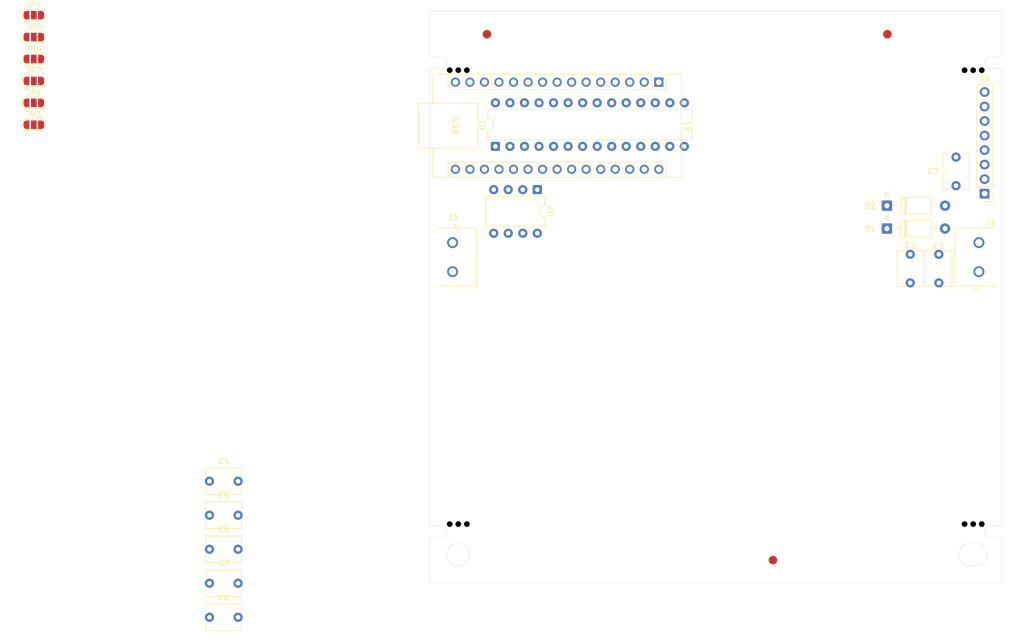
<source format=kicad_pcb>
(kicad_pcb (version 20241229) (generator "pcbnew") (generator_version "9.0")
  (layers (0 "F.Cu" signal) (2 "B.Cu" signal) (13 "F.Paste" user) (15 "B.Paste" user) (5 "F.SilkS" user "F.Silkscreen") (7 "B.SilkS" user "B.Silkscreen") (1 "F.Mask" user) (3 "B.Mask" user) (25 "Edge.Cuts" user))
  (net 0 "")
  (net 1 "+5V")
  (net 2 "/SCK")
  (net 3 "GND")
  (net 4 "/RC0")
  (net 5 "/SDI")
  (net 6 "/AN4")
  (net 7 "/~{MCLR}")
  (net 8 "/RC1")
  (net 9 "/AN0")
  (net 10 "/AN3")
  (net 11 "/RB1")
  (net 12 "/RB5")
  (net 13 "/UART_RX")
  (net 14 "/RB0")
  (net 15 "/RB4")
  (net 16 "/RB3")
  (net 17 "/UART_TX")
  (net 18 "/SDO")
  (net 19 "/RB2")
  (net 20 "/AN1")
  (net 21 "/AN2")
  (net 22 "/RC5")
  (net 23 "/SCL")
  (net 24 "/SDA")
  (net 25 "/RC2")
  (net 26 "/PGD")
  (net 27 "/PCG")
  (net 28 "/SCL{slash}SCK")
  (net 29 "/SDA{slash}SDI")
  (net 30 "/SDO{slash}RC5")
  (net 31 "/CANRX")
  (net 32 "/CANRX{slash}RB3")
  (net 33 "/CANTX")
  (net 34 "/CANTX{slash}RB2")
  (net 35 "/CANSTBY")
  (net 36 "/CANSTBY{slash}RB4")
  (net 44 "VIN2")
  (net 45 "VIN1")
  (net 49 "Net-(J3-Pin_2)")
  (net 50 "Net-(J3-Pin_1)")
  (footprint "Jumper:SolderJumper-3_P1.3mm_Open_RoundedPad1.0x1.5mm" (layer "F.Cu") (at 30.8 54.5)
    (property "Reference" "JP5" (at 0 -1.8 0) (layer "F.SilkS"))
    (property "Value" "Jumper_3_Open")
    (fp_line (start -2.05 0.3) (end -2.05 -0.3) (stroke (width 0.12)) (layer "F.SilkS"))
    (fp_line (start -1.5 1.5) (end -0.9 1.5) (stroke (width 0.12)) (layer "F.SilkS"))
    (fp_line (start -1.4 -1) (end 1.4 -1) (stroke (width 0.12)) (layer "F.SilkS"))
    (fp_line (start -1.2 1.2) (end -1.5 1.5) (stroke (width 0.12)) (layer "F.SilkS"))
    (fp_line (start -1.2 1.2) (end -0.9 1.5) (stroke (width 0.12)) (layer "F.SilkS"))
    (fp_line (start 1.4 1) (end -1.4 1) (stroke (width 0.12)) (layer "F.SilkS"))
    (fp_line (start 2.05 -0.3) (end 2.05 0.3) (stroke (width 0.12)) (layer "F.SilkS"))
    (fp_arc (start -2.05 -0.3) (mid -1.844975 -0.794975) (end -1.35 -1) (stroke (width 0.12)) (layer "F.SilkS"))
    (fp_arc (start -1.35 1) (mid -1.844975 0.794975) (end -2.05 0.3) (stroke (width 0.12)) (layer "F.SilkS"))
    (fp_arc (start 1.35 -1) (mid 1.844975 -0.794975) (end 2.05 -0.3) (stroke (width 0.12)) (layer "F.SilkS"))
    (fp_arc (start 2.05 0.3) (mid 1.844975 0.794975) (end 1.35 1) (stroke (width 0.12)) (layer "F.SilkS"))
    (pad "1" smd custom (at -1.3 0) (size 1 0.5) (layers "F.Cu" "F.Mask") (net 5 "/SDI") (options (clearance outline) (anchor rect)) (primitives (gr_circle (center 0 0.25) (end 0.5 0.25) (width 0) (fill yes)) (gr_circle (center 0 -0.25) (end 0.5 -0.25) (width 0) (fill yes)) (gr_poly (pts (xy 0.55 0.75) (xy 0 0.75) (xy 0 -0.75) (xy 0.55 -0.75)) (width 0) (fill yes))))
    (pad "2" smd rect (at 0 0) (size 1 1.5) (layers "F.Cu" "F.Mask") (net 29 "/SDA{slash}SDI"))
    (pad "3" smd custom (at 1.3 0) (size 1 0.5) (layers "F.Cu" "F.Mask") (net 24 "/SDA") (options (clearance outline) (anchor rect)) (primitives (gr_circle (center 0 0.25) (end 0.5 0.25) (width 0) (fill yes)) (gr_circle (center 0 -0.25) (end 0.5 -0.25) (width 0) (fill yes)) (gr_poly (pts (xy 0 0.75) (xy -0.55 0.75) (xy -0.55 -0.75) (xy 0 -0.75)) (width 0) (fill yes))))
  )
  (footprint "Jumper:SolderJumper-3_P1.3mm_Open_RoundedPad1.0x1.5mm" (layer "F.Cu") (at 30.8 66.005)
    (property "Reference" "JP1" (at 0 -1.8 0) (layer "F.SilkS"))
    (property "Value" "Jumper_3_Open")
    (fp_line (start -2.05 0.3) (end -2.05 -0.3) (stroke (width 0.12)) (layer "F.SilkS"))
    (fp_line (start -1.5 1.5) (end -0.9 1.5) (stroke (width 0.12)) (layer "F.SilkS"))
    (fp_line (start -1.4 -1) (end 1.4 -1) (stroke (width 0.12)) (layer "F.SilkS"))
    (fp_line (start -1.2 1.2) (end -1.5 1.5) (stroke (width 0.12)) (layer "F.SilkS"))
    (fp_line (start -1.2 1.2) (end -0.9 1.5) (stroke (width 0.12)) (layer "F.SilkS"))
    (fp_line (start 1.4 1) (end -1.4 1) (stroke (width 0.12)) (layer "F.SilkS"))
    (fp_line (start 2.05 -0.3) (end 2.05 0.3) (stroke (width 0.12)) (layer "F.SilkS"))
    (fp_arc (start -2.05 -0.3) (mid -1.844975 -0.794975) (end -1.35 -1) (stroke (width 0.12)) (layer "F.SilkS"))
    (fp_arc (start -1.35 1) (mid -1.844975 0.794975) (end -2.05 0.3) (stroke (width 0.12)) (layer "F.SilkS"))
    (fp_arc (start 1.35 -1) (mid 1.844975 -0.794975) (end 2.05 -0.3) (stroke (width 0.12)) (layer "F.SilkS"))
    (fp_arc (start 2.05 0.3) (mid 1.844975 0.794975) (end 1.35 1) (stroke (width 0.12)) (layer "F.SilkS"))
    (pad "1" smd custom (at -1.3 0) (size 1 0.5) (layers "F.Cu" "F.Mask") (net 33 "/CANTX") (options (clearance outline) (anchor rect)) (primitives (gr_circle (center 0 0.25) (end 0.5 0.25) (width 0) (fill yes)) (gr_circle (center 0 -0.25) (end 0.5 -0.25) (width 0) (fill yes)) (gr_poly (pts (xy 0.55 0.75) (xy 0 0.75) (xy 0 -0.75) (xy 0.55 -0.75)) (width 0) (fill yes))))
    (pad "2" smd rect (at 0 0) (size 1 1.5) (layers "F.Cu" "F.Mask") (net 34 "/CANTX{slash}RB2"))
    (pad "3" smd custom (at 1.3 0) (size 1 0.5) (layers "F.Cu" "F.Mask") (net 19 "/RB2") (options (clearance outline) (anchor rect)) (primitives (gr_circle (center 0 0.25) (end 0.5 0.25) (width 0) (fill yes)) (gr_circle (center 0 -0.25) (end 0.5 -0.25) (width 0) (fill yes)) (gr_poly (pts (xy 0 0.75) (xy -0.55 0.75) (xy -0.55 -0.75) (xy 0 -0.75)) (width 0) (fill yes))))
  )
  (footprint "Fiducial:Fiducial_1.5mm_Mask4.5mm" (layer "F.Cu") (at 180 54)
    (property "Reference" "REF**" (hide yes))
    (property "Value" "Fiducial_1.5mm_Mask4.5mm" (hide yes))
    (pad "" smd circle (at 0 0) (size 1.5 1.5) (layers "F.Cu" "F.Mask") (clearance 1.6))
  )
  (footprint "Module:Arduino_Nano" (layer "F.Cu") (at 140.05 62.39 -90)
    (property "Reference" "A1" (at 7.62 -5.08 90) (layer "F.SilkS"))
    (property "Value" "Arduino_Nano_v3.x")
    (fp_line (start 3.68 42.04) (end 3.68 31.62) (stroke (width 0.12)) (layer "F.SilkS"))
    (fp_line (start 11.56 42.04) (end 3.68 42.04) (stroke (width 0.12)) (layer "F.SilkS"))
    (fp_line (start -1.4 39.5) (end 3.68 39.5) (stroke (width 0.12)) (layer "F.SilkS"))
    (fp_line (start 16.64 39.5) (end 11.56 39.5) (stroke (width 0.12)) (layer "F.SilkS"))
    (fp_line (start 16.64 39.5) (end 16.64 -3.94) (stroke (width 0.12)) (layer "F.SilkS"))
    (fp_line (start 1.27 36.83) (end -1.4 36.83) (stroke (width 0.12)) (layer "F.SilkS"))
    (fp_line (start 13.97 36.83) (end 16.64 36.83) (stroke (width 0.12)) (layer "F.SilkS"))
    (fp_line (start 3.68 31.62) (end 11.56 31.62) (stroke (width 0.12)) (layer "F.SilkS"))
    (fp_line (start 11.56 31.62) (end 11.56 42.04) (stroke (width 0.12)) (layer "F.SilkS"))
    (fp_line (start -1.4 1.27) (end -1.4 39.5) (stroke (width 0.12)) (layer "F.SilkS"))
    (fp_line (start 1.27 1.27) (end 1.27 36.83) (stroke (width 0.12)) (layer "F.SilkS"))
    (fp_line (start 1.27 1.27) (end -1.4 1.27) (stroke (width 0.12)) (layer "F.SilkS"))
    (fp_line (start 1.27 1.27) (end 1.27 -1.27) (stroke (width 0.12)) (layer "F.SilkS"))
    (fp_line (start 1.27 -1.27) (end -1.4 -1.27) (stroke (width 0.12)) (layer "F.SilkS"))
    (fp_line (start 13.97 -1.27) (end 13.97 36.83) (stroke (width 0.12)) (layer "F.SilkS"))
    (fp_line (start 13.97 -1.27) (end 16.64 -1.27) (stroke (width 0.12)) (layer "F.SilkS"))
    (fp_line (start -1.4 -3.94) (end -1.4 -1.27) (stroke (width 0.12)) (layer "F.SilkS"))
    (fp_line (start 16.64 -3.94) (end -1.4 -3.94) (stroke (width 0.12)) (layer "F.SilkS"))
    (fp_text user "USB" (at 7.62 35.56 270) (layer "F.SilkS"))
    (pad "1" thru_hole rect (at 0 0 270) (size 1.6 1.6) (drill 1) (layers "*.Cu" "*.Mask") (net 17 "/UART_TX"))
    (pad "2" thru_hole oval (at 0 2.54 270) (size 1.6 1.6) (drill 1) (layers "*.Cu" "*.Mask") (net 13 "/UART_RX"))
    (pad "3" thru_hole oval (at 0 5.08 270) (size 1.6 1.6) (drill 1) (layers "*.Cu" "*.Mask") (net 7 "/~{MCLR}"))
    (pad "4" thru_hole oval (at 0 7.62 270) (size 1.6 1.6) (drill 1) (layers "*.Cu" "*.Mask") (net 3 "GND"))
    (pad "5" thru_hole oval (at 0 10.16 270) (size 1.6 1.6) (drill 1) (layers "*.Cu" "*.Mask") (net 14 "/RB0"))
    (pad "6" thru_hole oval (at 0 12.7 270) (size 1.6 1.6) (drill 1) (layers "*.Cu" "*.Mask") (net 11 "/RB1"))
    (pad "7" thru_hole oval (at 0 15.24 270) (size 1.6 1.6) (drill 1) (layers "*.Cu" "*.Mask") (net 19 "/RB2"))
    (pad "8" thru_hole oval (at 0 17.78 270) (size 1.6 1.6) (drill 1) (layers "*.Cu" "*.Mask") (net 16 "/RB3"))
    (pad "9" thru_hole oval (at 0 20.32 270) (size 1.6 1.6) (drill 1) (layers "*.Cu" "*.Mask") (net 15 "/RB4"))
    (pad "10" thru_hole oval (at 0 22.86 270) (size 1.6 1.6) (drill 1) (layers "*.Cu" "*.Mask") (net 12 "/RB5"))
    (pad "11" thru_hole oval (at 0 25.4 270) (size 1.6 1.6) (drill 1) (layers "*.Cu" "*.Mask") (net 4 "/RC0"))
    (pad "12" thru_hole oval (at 0 27.94 270) (size 1.6 1.6) (drill 1) (layers "*.Cu" "*.Mask") (net 8 "/RC1"))
    (pad "13" thru_hole oval (at 0 30.48 270) (size 1.6 1.6) (drill 1) (layers "*.Cu" "*.Mask") (net 25 "/RC2"))
    (pad "14" thru_hole oval (at 0 33.02 270) (size 1.6 1.6) (drill 1) (layers "*.Cu" "*.Mask") (net 5 "/SDI"))
    (pad "15" thru_hole oval (at 0 35.56 270) (size 1.6 1.6) (drill 1) (layers "*.Cu" "*.Mask") (net 18 "/SDO"))
    (pad "16" thru_hole oval (at 15.24 35.56 270) (size 1.6 1.6) (drill 1) (layers "*.Cu" "*.Mask") (net 2 "/SCK"))
    (pad "17" thru_hole oval (at 15.24 33.02 270) (size 1.6 1.6) (drill 1) (layers "*.Cu" "*.Mask"))
    (pad "18" thru_hole oval (at 15.24 30.48 270) (size 1.6 1.6) (drill 1) (layers "*.Cu" "*.Mask"))
    (pad "19" thru_hole oval (at 15.24 27.94 270) (size 1.6 1.6) (drill 1) (layers "*.Cu" "*.Mask") (net 9 "/AN0"))
    (pad "20" thru_hole oval (at 15.24 25.4 270) (size 1.6 1.6) (drill 1) (layers "*.Cu" "*.Mask") (net 20 "/AN1"))
    (pad "21" thru_hole oval (at 15.24 22.86 270) (size 1.6 1.6) (drill 1) (layers "*.Cu" "*.Mask") (net 21 "/AN2"))
    (pad "22" thru_hole oval (at 15.24 20.32 270) (size 1.6 1.6) (drill 1) (layers "*.Cu" "*.Mask") (net 10 "/AN3"))
    (pad "23" thru_hole oval (at 15.24 17.78 270) (size 1.6 1.6) (drill 1) (layers "*.Cu" "*.Mask") (net 24 "/SDA"))
    (pad "24" thru_hole oval (at 15.24 15.24 270) (size 1.6 1.6) (drill 1) (layers "*.Cu" "*.Mask") (net 23 "/SCL"))
    (pad "25" thru_hole oval (at 15.24 12.7 270) (size 1.6 1.6) (drill 1) (layers "*.Cu" "*.Mask"))
    (pad "26" thru_hole oval (at 15.24 10.16 270) (size 1.6 1.6) (drill 1) (layers "*.Cu" "*.Mask"))
    (pad "27" thru_hole oval (at 15.24 7.62 270) (size 1.6 1.6) (drill 1) (layers "*.Cu" "*.Mask") (net 1 "+5V"))
    (pad "28" thru_hole oval (at 15.24 5.08 270) (size 1.6 1.6) (drill 1) (layers "*.Cu" "*.Mask") (net 7 "/~{MCLR}"))
    (pad "29" thru_hole oval (at 15.24 2.54 270) (size 1.6 1.6) (drill 1) (layers "*.Cu" "*.Mask") (net 3 "GND"))
    (pad "30" thru_hole oval (at 15.24 0 270) (size 1.6 1.6) (drill 1) (layers "*.Cu" "*.Mask"))
  )
  (footprint "Capacitor_THT:C_Disc_D6.0mm_W4.4mm_P5.00mm" (layer "F.Cu") (at 192 80.5 90)
    (property "Reference" "C3" (at 2.5 -4 180) (layer "F.SilkS"))
    (property "Value" "104C10")
    (fp_line (start 5.62 -2.32) (end 5.62 -0.835) (stroke (width 0.12)) (layer "F.SilkS"))
    (fp_line (start -0.62 -2.32) (end 5.62 -2.32) (stroke (width 0.12)) (layer "F.SilkS"))
    (fp_line (start -0.62 -0.835) (end -0.62 -2.32) (stroke (width 0.12)) (layer "F.SilkS"))
    (fp_line (start 5.62 0.835) (end 5.62 2.32) (stroke (width 0.12)) (layer "F.SilkS"))
    (fp_line (start 5.62 2.32) (end -0.62 2.32) (stroke (width 0.12)) (layer "F.SilkS"))
    (fp_line (start -0.62 2.32) (end -0.62 0.835) (stroke (width 0.12)) (layer "F.SilkS"))
    (pad "1" thru_hole circle (at 0 0 90) (size 1.6 1.6) (drill 0.8) (layers "*.Cu" "*.Mask") (net 44 "VIN2"))
    (pad "2" thru_hole circle (at 5 0 90) (size 1.6 1.6) (drill 0.8) (layers "*.Cu" "*.Mask") (net 3 "GND"))
  )
  (footprint "Fiducial:Fiducial_1.5mm_Mask4.5mm" (layer "F.Cu") (at 160 146)
    (property "Reference" "REF**" (hide yes))
    (property "Value" "Fiducial_1.5mm_Mask4.5mm" (hide yes))
    (pad "" smd circle (at 0 0) (size 1.5 1.5) (layers "F.Cu" "F.Mask") (clearance 1.6))
  )
  (footprint "Package_DIP:DIP-28_W7.62mm" (layer "F.Cu") (at 111.49 73.62 90)
    (property "Reference" "U1" (at 3.81 -2.33 90) (layer "F.SilkS"))
    (property "Value" "PIC18F26K80_ISP")
    (fp_line (start 6.46 -1.33) (end 4.81 -1.33) (stroke (width 0.12)) (layer "F.SilkS"))
    (fp_line (start 2.81 -1.33) (end 1.16 -1.33) (stroke (width 0.12)) (layer "F.SilkS"))
    (fp_line (start 1.16 -1.33) (end 1.16 34.35) (stroke (width 0.12)) (layer "F.SilkS"))
    (fp_line (start 6.46 34.35) (end 6.46 -1.33) (stroke (width 0.12)) (layer "F.SilkS"))
    (fp_line (start 1.16 34.35) (end 6.46 34.35) (stroke (width 0.12)) (layer "F.SilkS"))
    (fp_arc (start 4.81 -1.33) (mid 3.81 -0.33) (end 2.81 -1.33) (stroke (width 0.12)) (layer "F.SilkS"))
    (pad "1" thru_hole roundrect (at 0 0 90) (size 1.6 1.6) (drill 0.8) (layers "*.Cu" "*.Mask") (roundrect_rratio 0.15625) (net 7 "/~{MCLR}"))
    (pad "2" thru_hole circle (at 0 2.54 90) (size 1.6 1.6) (drill 0.8) (layers "*.Cu" "*.Mask") (net 9 "/AN0"))
    (pad "3" thru_hole circle (at 0 5.08 90) (size 1.6 1.6) (drill 0.8) (layers "*.Cu" "*.Mask") (net 20 "/AN1"))
    (pad "4" thru_hole circle (at 0 7.62 90) (size 1.6 1.6) (drill 0.8) (layers "*.Cu" "*.Mask") (net 21 "/AN2"))
    (pad "5" thru_hole circle (at 0 10.16 90) (size 1.6 1.6) (drill 0.8) (layers "*.Cu" "*.Mask") (net 10 "/AN3"))
    (pad "6" thru_hole circle (at 0 12.7 90) (size 1.6 1.6) (drill 0.8) (layers "*.Cu" "*.Mask") (net 1 "+5V"))
    (pad "7" thru_hole circle (at 0 15.24 90) (size 1.6 1.6) (drill 0.8) (layers "*.Cu" "*.Mask") (net 6 "/AN4"))
    (pad "8" thru_hole circle (at 0 17.78 90) (size 1.6 1.6) (drill 0.8) (layers "*.Cu" "*.Mask") (net 3 "GND"))
    (pad "9" thru_hole circle (at 0 20.32 90) (size 1.6 1.6) (drill 0.8) (layers "*.Cu" "*.Mask"))
    (pad "10" thru_hole circle (at 0 22.86 90) (size 1.6 1.6) (drill 0.8) (layers "*.Cu" "*.Mask"))
    (pad "11" thru_hole circle (at 0 25.4 90) (size 1.6 1.6) (drill 0.8) (layers "*.Cu" "*.Mask") (net 4 "/RC0"))
    (pad "12" thru_hole circle (at 0 27.94 90) (size 1.6 1.6) (drill 0.8) (layers "*.Cu" "*.Mask") (net 8 "/RC1"))
    (pad "13" thru_hole circle (at 0 30.48 90) (size 1.6 1.6) (drill 0.8) (layers "*.Cu" "*.Mask") (net 25 "/RC2"))
    (pad "14" thru_hole circle (at 0 33.02 90) (size 1.6 1.6) (drill 0.8) (layers "*.Cu" "*.Mask") (net 28 "/SCL{slash}SCK"))
    (pad "15" thru_hole circle (at 7.62 33.02 90) (size 1.6 1.6) (drill 0.8) (layers "*.Cu" "*.Mask") (net 29 "/SDA{slash}SDI"))
    (pad "16" thru_hole circle (at 7.62 30.48 90) (size 1.6 1.6) (drill 0.8) (layers "*.Cu" "*.Mask") (net 30 "/SDO{slash}RC5"))
    (pad "17" thru_hole circle (at 7.62 27.94 90) (size 1.6 1.6) (drill 0.8) (layers "*.Cu" "*.Mask") (net 17 "/UART_TX"))
    (pad "18" thru_hole circle (at 7.62 25.4 90) (size 1.6 1.6) (drill 0.8) (layers "*.Cu" "*.Mask") (net 13 "/UART_RX"))
    (pad "19" thru_hole circle (at 7.62 22.86 90) (size 1.6 1.6) (drill 0.8) (layers "*.Cu" "*.Mask") (net 3 "GND"))
    (pad "20" thru_hole circle (at 7.62 20.32 90) (size 1.6 1.6) (drill 0.8) (layers "*.Cu" "*.Mask") (net 1 "+5V"))
    (pad "21" thru_hole circle (at 7.62 17.78 90) (size 1.6 1.6) (drill 0.8) (layers "*.Cu" "*.Mask") (net 14 "/RB0"))
    (pad "22" thru_hole circle (at 7.62 15.24 90) (size 1.6 1.6) (drill 0.8) (layers "*.Cu" "*.Mask") (net 11 "/RB1"))
    (pad "23" thru_hole circle (at 7.62 12.7 90) (size 1.6 1.6) (drill 0.8) (layers "*.Cu" "*.Mask") (net 34 "/CANTX{slash}RB2"))
    (pad "24" thru_hole circle (at 7.62 10.16 90) (size 1.6 1.6) (drill 0.8) (layers "*.Cu" "*.Mask") (net 32 "/CANRX{slash}RB3"))
    (pad "25" thru_hole circle (at 7.62 7.62 90) (size 1.6 1.6) (drill 0.8) (layers "*.Cu" "*.Mask") (net 36 "/CANSTBY{slash}RB4"))
    (pad "26" thru_hole circle (at 7.62 5.08 90) (size 1.6 1.6) (drill 0.8) (layers "*.Cu" "*.Mask") (net 12 "/RB5"))
    (pad "27" thru_hole circle (at 7.62 2.54 90) (size 1.6 1.6) (drill 0.8) (layers "*.Cu" "*.Mask") (net 27 "/PCG"))
    (pad "28" thru_hole circle (at 7.62 0 90) (size 1.6 1.6) (drill 0.8) (layers "*.Cu" "*.Mask") (net 26 "/PGD"))
  )
  (footprint "Jumper:SolderJumper-3_P1.3mm_Open_RoundedPad1.0x1.5mm" (layer "F.Cu") (at 30.8 50.665)
    (property "Reference" "JP4" (at 0 -1.8 0) (layer "F.SilkS"))
    (property "Value" "Jumper_3_Open")
    (fp_line (start -2.05 0.3) (end -2.05 -0.3) (stroke (width 0.12)) (layer "F.SilkS"))
    (fp_line (start -1.5 1.5) (end -0.9 1.5) (stroke (width 0.12)) (layer "F.SilkS"))
    (fp_line (start -1.4 -1) (end 1.4 -1) (stroke (width 0.12)) (layer "F.SilkS"))
    (fp_line (start -1.2 1.2) (end -1.5 1.5) (stroke (width 0.12)) (layer "F.SilkS"))
    (fp_line (start -1.2 1.2) (end -0.9 1.5) (stroke (width 0.12)) (layer "F.SilkS"))
    (fp_line (start 1.4 1) (end -1.4 1) (stroke (width 0.12)) (layer "F.SilkS"))
    (fp_line (start 2.05 -0.3) (end 2.05 0.3) (stroke (width 0.12)) (layer "F.SilkS"))
    (fp_arc (start -2.05 -0.3) (mid -1.844975 -0.794975) (end -1.35 -1) (stroke (width 0.12)) (layer "F.SilkS"))
    (fp_arc (start -1.35 1) (mid -1.844975 0.794975) (end -2.05 0.3) (stroke (width 0.12)) (layer "F.SilkS"))
    (fp_arc (start 1.35 -1) (mid 1.844975 -0.794975) (end 2.05 -0.3) (stroke (width 0.12)) (layer "F.SilkS"))
    (fp_arc (start 2.05 0.3) (mid 1.844975 0.794975) (end 1.35 1) (stroke (width 0.12)) (layer "F.SilkS"))
    (pad "1" smd custom (at -1.3 0) (size 1 0.5) (layers "F.Cu" "F.Mask") (net 2 "/SCK") (options (clearance outline) (anchor rect)) (primitives (gr_circle (center 0 0.25) (end 0.5 0.25) (width 0) (fill yes)) (gr_circle (center 0 -0.25) (end 0.5 -0.25) (width 0) (fill yes)) (gr_poly (pts (xy 0.55 0.75) (xy 0 0.75) (xy 0 -0.75) (xy 0.55 -0.75)) (width 0) (fill yes))))
    (pad "2" smd rect (at 0 0) (size 1 1.5) (layers "F.Cu" "F.Mask") (net 28 "/SCL{slash}SCK"))
    (pad "3" smd custom (at 1.3 0) (size 1 0.5) (layers "F.Cu" "F.Mask") (net 23 "/SCL") (options (clearance outline) (anchor rect)) (primitives (gr_circle (center 0 0.25) (end 0.5 0.25) (width 0) (fill yes)) (gr_circle (center 0 -0.25) (end 0.5 -0.25) (width 0) (fill yes)) (gr_poly (pts (xy 0 0.75) (xy -0.55 0.75) (xy -0.55 -0.75) (xy 0 -0.75)) (width 0) (fill yes))))
  )
  (footprint "Capacitor_THT:C_Disc_D6.0mm_W4.4mm_P5.00mm" (layer "F.Cu") (at 61.5 144.1)
    (property "Reference" "C6" (at 2.5 -3.45 0) (layer "F.SilkS"))
    (property "Value" "104C10")
    (fp_line (start -0.62 -2.32) (end 5.62 -2.32) (stroke (width 0.12)) (layer "F.SilkS"))
    (fp_line (start -0.62 -0.835) (end -0.62 -2.32) (stroke (width 0.12)) (layer "F.SilkS"))
    (fp_line (start -0.62 2.32) (end -0.62 0.835) (stroke (width 0.12)) (layer "F.SilkS"))
    (fp_line (start 5.62 -2.32) (end 5.62 -0.835) (stroke (width 0.12)) (layer "F.SilkS"))
    (fp_line (start 5.62 0.835) (end 5.62 2.32) (stroke (width 0.12)) (layer "F.SilkS"))
    (fp_line (start 5.62 2.32) (end -0.62 2.32) (stroke (width 0.12)) (layer "F.SilkS"))
    (pad "1" thru_hole circle (at 0 0) (size 1.6 1.6) (drill 0.8) (layers "*.Cu" "*.Mask") (net 1 "+5V"))
    (pad "2" thru_hole circle (at 5 0) (size 1.6 1.6) (drill 0.8) (layers "*.Cu" "*.Mask") (net 3 "GND"))
  )
  (footprint "Jumper:SolderJumper-3_P1.3mm_Open_RoundedPad1.0x1.5mm" (layer "F.Cu") (at 30.8 58.335)
    (property "Reference" "JP6" (at 0 -1.8 0) (layer "F.SilkS"))
    (property "Value" "Jumper_3_Open")
    (fp_line (start -2.05 0.3) (end -2.05 -0.3) (stroke (width 0.12)) (layer "F.SilkS"))
    (fp_line (start -1.5 1.5) (end -0.9 1.5) (stroke (width 0.12)) (layer "F.SilkS"))
    (fp_line (start -1.4 -1) (end 1.4 -1) (stroke (width 0.12)) (layer "F.SilkS"))
    (fp_line (start -1.2 1.2) (end -1.5 1.5) (stroke (width 0.12)) (layer "F.SilkS"))
    (fp_line (start -1.2 1.2) (end -0.9 1.5) (stroke (width 0.12)) (layer "F.SilkS"))
    (fp_line (start 1.4 1) (end -1.4 1) (stroke (width 0.12)) (layer "F.SilkS"))
    (fp_line (start 2.05 -0.3) (end 2.05 0.3) (stroke (width 0.12)) (layer "F.SilkS"))
    (fp_arc (start -2.05 -0.3) (mid -1.844975 -0.794975) (end -1.35 -1) (stroke (width 0.12)) (layer "F.SilkS"))
    (fp_arc (start -1.35 1) (mid -1.844975 0.794975) (end -2.05 0.3) (stroke (width 0.12)) (layer "F.SilkS"))
    (fp_arc (start 1.35 -1) (mid 1.844975 -0.794975) (end 2.05 -0.3) (stroke (width 0.12)) (layer "F.SilkS"))
    (fp_arc (start 2.05 0.3) (mid 1.844975 0.794975) (end 1.35 1) (stroke (width 0.12)) (layer "F.SilkS"))
    (pad "1" smd custom (at -1.3 0) (size 1 0.5) (layers "F.Cu" "F.Mask") (net 18 "/SDO") (options (clearance outline) (anchor rect)) (primitives (gr_circle (center 0 0.25) (end 0.5 0.25) (width 0) (fill yes)) (gr_circle (center 0 -0.25) (end 0.5 -0.25) (width 0) (fill yes)) (gr_poly (pts (xy 0.55 0.75) (xy 0 0.75) (xy 0 -0.75) (xy 0.55 -0.75)) (width 0) (fill yes))))
    (pad "2" smd rect (at 0 0) (size 1 1.5) (layers "F.Cu" "F.Mask") (net 30 "/SDO{slash}RC5"))
    (pad "3" smd custom (at 1.3 0) (size 1 0.5) (layers "F.Cu" "F.Mask") (net 22 "/RC5") (options (clearance outline) (anchor rect)) (primitives (gr_circle (center 0 0.25) (end 0.5 0.25) (width 0) (fill yes)) (gr_circle (center 0 -0.25) (end 0.5 -0.25) (width 0) (fill yes)) (gr_poly (pts (xy 0 0.75) (xy -0.55 0.75) (xy -0.55 -0.75) (xy 0 -0.75)) (width 0) (fill yes))))
  )
  (footprint "Jumper:SolderJumper-3_P1.3mm_Open_RoundedPad1.0x1.5mm" (layer "F.Cu") (at 30.8 62.17)
    (property "Reference" "JP2" (at 0 -1.8 0) (layer "F.SilkS"))
    (property "Value" "Jumper_3_Open")
    (fp_line (start -2.05 0.3) (end -2.05 -0.3) (stroke (width 0.12)) (layer "F.SilkS"))
    (fp_line (start -1.5 1.5) (end -0.9 1.5) (stroke (width 0.12)) (layer "F.SilkS"))
    (fp_line (start -1.4 -1) (end 1.4 -1) (stroke (width 0.12)) (layer "F.SilkS"))
    (fp_line (start -1.2 1.2) (end -1.5 1.5) (stroke (width 0.12)) (layer "F.SilkS"))
    (fp_line (start -1.2 1.2) (end -0.9 1.5) (stroke (width 0.12)) (layer "F.SilkS"))
    (fp_line (start 1.4 1) (end -1.4 1) (stroke (width 0.12)) (layer "F.SilkS"))
    (fp_line (start 2.05 -0.3) (end 2.05 0.3) (stroke (width 0.12)) (layer "F.SilkS"))
    (fp_arc (start -2.05 -0.3) (mid -1.844975 -0.794975) (end -1.35 -1) (stroke (width 0.12)) (layer "F.SilkS"))
    (fp_arc (start -1.35 1) (mid -1.844975 0.794975) (end -2.05 0.3) (stroke (width 0.12)) (layer "F.SilkS"))
    (fp_arc (start 1.35 -1) (mid 1.844975 -0.794975) (end 2.05 -0.3) (stroke (width 0.12)) (layer "F.SilkS"))
    (fp_arc (start 2.05 0.3) (mid 1.844975 0.794975) (end 1.35 1) (stroke (width 0.12)) (layer "F.SilkS"))
    (pad "1" smd custom (at -1.3 0) (size 1 0.5) (layers "F.Cu" "F.Mask") (net 31 "/CANRX") (options (clearance outline) (anchor rect)) (primitives (gr_circle (center 0 0.25) (end 0.5 0.25) (width 0) (fill yes)) (gr_circle (center 0 -0.25) (end 0.5 -0.25) (width 0) (fill yes)) (gr_poly (pts (xy 0.55 0.75) (xy 0 0.75) (xy 0 -0.75) (xy 0.55 -0.75)) (width 0) (fill yes))))
    (pad "2" smd rect (at 0 0) (size 1 1.5) (layers "F.Cu" "F.Mask") (net 32 "/CANRX{slash}RB3"))
    (pad "3" smd custom (at 1.3 0) (size 1 0.5) (layers "F.Cu" "F.Mask") (net 16 "/RB3") (options (clearance outline) (anchor rect)) (primitives (gr_circle (center 0 0.25) (end 0.5 0.25) (width 0) (fill yes)) (gr_circle (center 0 -0.25) (end 0.5 -0.25) (width 0) (fill yes)) (gr_poly (pts (xy 0 0.75) (xy -0.55 0.75) (xy -0.55 -0.75) (xy 0 -0.75)) (width 0) (fill yes))))
  )
  (footprint "Package_DIP:DIP-8_W7.62mm" (layer "F.Cu") (at 118.81 81.195 -90)
    (property "Reference" "U2" (at 3.81 -2.33 90) (layer "F.SilkS"))
    (property "Value" "MCP2562-E-P")
    (fp_line (start 1.16 8.95) (end 6.46 8.95) (stroke (width 0.12)) (layer "F.SilkS"))
    (fp_line (start 6.46 8.95) (end 6.46 -1.33) (stroke (width 0.12)) (layer "F.SilkS"))
    (fp_line (start 1.16 -1.33) (end 1.16 8.95) (stroke (width 0.12)) (layer "F.SilkS"))
    (fp_line (start 2.81 -1.33) (end 1.16 -1.33) (stroke (width 0.12)) (layer "F.SilkS"))
    (fp_line (start 6.46 -1.33) (end 4.81 -1.33) (stroke (width 0.12)) (layer "F.SilkS"))
    (fp_arc (start 4.81 -1.33) (mid 3.81 -0.33) (end 2.81 -1.33) (stroke (width 0.12)) (layer "F.SilkS"))
    (pad "1" thru_hole roundrect (at 0 0 270) (size 1.6 1.6) (drill 0.8) (layers "*.Cu" "*.Mask") (roundrect_rratio 0.15625) (net 33 "/CANTX"))
    (pad "2" thru_hole circle (at 0 2.54 270) (size 1.6 1.6) (drill 0.8) (layers "*.Cu" "*.Mask") (net 3 "GND"))
    (pad "3" thru_hole circle (at 0 5.08 270) (size 1.6 1.6) (drill 0.8) (layers "*.Cu" "*.Mask") (net 1 "+5V"))
    (pad "4" thru_hole circle (at 0 7.62 270) (size 1.6 1.6) (drill 0.8) (layers "*.Cu" "*.Mask") (net 31 "/CANRX"))
    (pad "5" thru_hole circle (at 7.62 7.62 270) (size 1.6 1.6) (drill 0.8) (layers "*.Cu" "*.Mask") (net 1 "+5V"))
    (pad "6" thru_hole circle (at 7.62 5.08 270) (size 1.6 1.6) (drill 0.8) (layers "*.Cu" "*.Mask") (net 49 "Net-(J3-Pin_2)"))
    (pad "7" thru_hole circle (at 7.62 2.54 270) (size 1.6 1.6) (drill 0.8) (layers "*.Cu" "*.Mask") (net 50 "Net-(J3-Pin_1)"))
    (pad "8" thru_hole circle (at 7.62 0 270) (size 1.6 1.6) (drill 0.8) (layers "*.Cu" "*.Mask") (net 35 "/CANSTBY"))
  )
  (footprint "Capacitor_THT:C_Disc_D6.0mm_W4.4mm_P5.00mm" (layer "F.Cu") (at 189 92.5 -90)
    (property "Reference" "C1" (at -1.5 0 180) (layer "F.SilkS"))
    (property "Value" "106C10")
    (fp_line (start -0.62 2.32) (end -0.62 0.835) (stroke (width 0.12)) (layer "F.SilkS"))
    (fp_line (start 5.62 2.32) (end -0.62 2.32) (stroke (width 0.12)) (layer "F.SilkS"))
    (fp_line (start 5.62 0.835) (end 5.62 2.32) (stroke (width 0.12)) (layer "F.SilkS"))
    (fp_line (start -0.62 -0.835) (end -0.62 -2.32) (stroke (width 0.12)) (layer "F.SilkS"))
    (fp_line (start -0.62 -2.32) (end 5.62 -2.32) (stroke (width 0.12)) (layer "F.SilkS"))
    (fp_line (start 5.62 -2.32) (end 5.62 -0.835) (stroke (width 0.12)) (layer "F.SilkS"))
    (pad "1" thru_hole circle (at 0 0 270) (size 1.6 1.6) (drill 0.8) (layers "*.Cu" "*.Mask") (net 45 "VIN1"))
    (pad "2" thru_hole circle (at 5 0 270) (size 1.6 1.6) (drill 0.8) (layers "*.Cu" "*.Mask") (net 3 "GND"))
  )
  (footprint "00_Others:Slit_2x6mm_SingleSide" (layer "F.Cu") (at 105 59 180)
    (property "Reference" "REF**" (hide yes))
    (property "Value" "Slit_2x6mm_SingleSide" (hide yes))
    (pad "" np_thru_hole circle (at -1.5 -1.3 180) (size 1 1) (drill 1) (layers "*.Mask"))
    (pad "" np_thru_hole circle (at 0 -1.3 180) (size 1 1) (drill 1) (layers "*.Mask"))
    (pad "" np_thru_hole circle (at 1.5 -1.3 180) (size 1 1) (drill 1) (layers "*.Mask"))
  )
  (footprint "Diode_THT:D_A-405_P10.16mm_Horizontal" (layer "F.Cu") (at 179.92 84)
    (property "Reference" "D2" (at -2.92 0 0) (layer "F.SilkS"))
    (property "Value" "SBM245L")
    (fp_line (start 1.14 0) (end 2.36 0) (stroke (width 0.12)) (layer "F.SilkS"))
    (fp_line (start 3.14 -1.47) (end 3.14 1.47) (stroke (width 0.12)) (layer "F.SilkS"))
    (fp_line (start 3.26 -1.47) (end 3.26 1.47) (stroke (width 0.12)) (layer "F.SilkS"))
    (fp_line (start 3.38 -1.47) (end 3.38 1.47) (stroke (width 0.12)) (layer "F.SilkS"))
    (fp_line (start 9.02 0) (end 7.8 0) (stroke (width 0.12)) (layer "F.SilkS"))
    (fp_rect (start 2.36 -1.47) (end 7.8 1.47) (stroke (width 0.12)) (fill no) (layer "F.SilkS"))
    (fp_text user "K" (at 0 -1.9 0) (layer "F.SilkS"))
    (pad "1" thru_hole roundrect (at 0 0) (size 1.8 1.8) (drill 0.9) (layers "*.Cu" "*.Mask") (roundrect_rratio 0.138889) (net 1 "+5V"))
    (pad "2" thru_hole circle (at 10.16 0) (size 1.8 1.8) (drill 0.9) (layers "*.Cu" "*.Mask") (net 44 "VIN2"))
  )
  (footprint "Capacitor_THT:C_Disc_D6.0mm_W4.4mm_P5.00mm" (layer "F.Cu") (at 61.5 132.2)
    (property "Reference" "C4" (at 2.5 -3.45 0) (layer "F.SilkS"))
    (property "Value" "104C10")
    (fp_line (start -0.62 -2.32) (end 5.62 -2.32) (stroke (width 0.12)) (layer "F.SilkS"))
    (fp_line (start -0.62 -0.835) (end -0.62 -2.32) (stroke (width 0.12)) (layer "F.SilkS"))
    (fp_line (start -0.62 2.32) (end -0.62 0.835) (stroke (width 0.12)) (layer "F.SilkS"))
    (fp_line (start 5.62 -2.32) (end 5.62 -0.835) (stroke (width 0.12)) (layer "F.SilkS"))
    (fp_line (start 5.62 0.835) (end 5.62 2.32) (stroke (width 0.12)) (layer "F.SilkS"))
    (fp_line (start 5.62 2.32) (end -0.62 2.32) (stroke (width 0.12)) (layer "F.SilkS"))
    (pad "1" thru_hole circle (at 0 0) (size 1.6 1.6) (drill 0.8) (layers "*.Cu" "*.Mask") (net 1 "+5V"))
    (pad "2" thru_hole circle (at 5 0) (size 1.6 1.6) (drill 0.8) (layers "*.Cu" "*.Mask") (net 3 "GND"))
  )
  (footprint "Fiducial:Fiducial_1.5mm_Mask4.5mm" (layer "F.Cu") (at 110 54)
    (property "Reference" "REF**" (hide yes))
    (property "Value" "Fiducial_1.5mm_Mask4.5mm" (hide yes))
    (pad "" smd circle (at 0 0) (size 1.5 1.5) (layers "F.Cu" "F.Mask") (clearance 1.6))
  )
  (footprint "Capacitor_THT:C_Disc_D6.0mm_W4.4mm_P5.00mm" (layer "F.Cu") (at 184 92.5 -90)
    (property "Reference" "C2" (at -1.5 0 180) (layer "F.SilkS"))
    (property "Value" "104C10")
    (fp_line (start -0.62 2.32) (end -0.62 0.835) (stroke (width 0.12)) (layer "F.SilkS"))
    (fp_line (start 5.62 2.32) (end -0.62 2.32) (stroke (width 0.12)) (layer "F.SilkS"))
    (fp_line (start 5.62 0.835) (end 5.62 2.32) (stroke (width 0.12)) (layer "F.SilkS"))
    (fp_line (start -0.62 -0.835) (end -0.62 -2.32) (stroke (width 0.12)) (layer "F.SilkS"))
    (fp_line (start -0.62 -2.32) (end 5.62 -2.32) (stroke (width 0.12)) (layer "F.SilkS"))
    (fp_line (start 5.62 -2.32) (end 5.62 -0.835) (stroke (width 0.12)) (layer "F.SilkS"))
    (pad "1" thru_hole circle (at 0 0 270) (size 1.6 1.6) (drill 0.8) (layers "*.Cu" "*.Mask") (net 45 "VIN1"))
    (pad "2" thru_hole circle (at 5 0 270) (size 1.6 1.6) (drill 0.8) (layers "*.Cu" "*.Mask") (net 3 "GND"))
  )
  (footprint "00_Others:Slit_2x6mm_SingleSide" (layer "F.Cu") (at 105 141)
    (property "Reference" "REF**" (hide yes))
    (property "Value" "Slit_2x6mm_SingleSide" (hide yes))
    (pad "" np_thru_hole circle (at -1.5 -1.3) (size 1 1) (drill 1) (layers "*.Mask"))
    (pad "" np_thru_hole circle (at 0 -1.3) (size 1 1) (drill 1) (layers "*.Mask"))
    (pad "" np_thru_hole circle (at 1.5 -1.3) (size 1 1) (drill 1) (layers "*.Mask"))
  )
  (footprint "01_Akizuki:TB111-2-2-X-1-1" (layer "F.Cu") (at 104 93)
    (property "Reference" "J3" (at 0 -7 0) (layer "F.SilkS"))
    (property "Value" "TB111-2-2-E-1-1")
    (fp_line (start -2.8 -5.08) (end 4.2 -5.08) (stroke (width 0.12)) (layer "F.SilkS"))
    (fp_line (start -2.8 5.08) (end 4.2 5.08) (stroke (width 0.12)) (layer "F.SilkS"))
    (fp_line (start 4.2 5.08) (end 4.2 -5.08) (stroke (width 0.12)) (layer "F.SilkS"))
    (fp_text user "*" (at 0 -4.6 0) (layer "F.SilkS") (effects (justify left bottom)))
    (pad "1" thru_hole circle (at 0 -2.54) (size 1.905 1.905) (drill 1.27) (layers "*.Cu" "*.Mask") (net 50 "Net-(J3-Pin_1)"))
    (pad "2" thru_hole circle (at 0 2.54) (size 1.905 1.905) (drill 1.27) (layers "*.Cu" "*.Mask") (net 49 "Net-(J3-Pin_2)"))
  )
  (footprint "00_Others:Slit_2x6mm_SingleSide" (layer "F.Cu") (at 195 141)
    (property "Reference" "REF**" (hide yes))
    (property "Value" "Slit_2x6mm_SingleSide" (hide yes))
    (pad "" np_thru_hole circle (at -1.5 -1.3) (size 1 1) (drill 1) (layers "*.Mask"))
    (pad "" np_thru_hole circle (at 0 -1.3) (size 1 1) (drill 1) (layers "*.Mask"))
    (pad "" np_thru_hole circle (at 1.5 -1.3) (size 1 1) (drill 1) (layers "*.Mask"))
  )
  (footprint "00_Others:Slit_2x6mm_SingleSide" (layer "F.Cu") (at 195 59 180)
    (property "Reference" "REF**" (hide yes))
    (property "Value" "Slit_2x6mm_SingleSide" (hide yes))
    (pad "" np_thru_hole circle (at -1.5 -1.3 180) (size 1 1) (drill 1) (layers "*.Mask"))
    (pad "" np_thru_hole circle (at 0 -1.3 180) (size 1 1) (drill 1) (layers "*.Mask"))
    (pad "" np_thru_hole circle (at 1.5 -1.3 180) (size 1 1) (drill 1) (layers "*.Mask"))
  )
  (footprint "01_Akizuki:TB111-2-2-X-1-1" (layer "F.Cu") (at 196 93 180)
    (property "Reference" "J1" (at -2 6 0) (layer "F.SilkS"))
    (property "Value" "TB111-2-2-E-1-1")
    (fp_line (start 4.2 5.08) (end 4.2 -5.08) (stroke (width 0.12)) (layer "F.SilkS"))
    (fp_line (start -2.8 5.08) (end 4.2 5.08) (stroke (width 0.12)) (layer "F.SilkS"))
    (fp_line (start -2.8 -5.08) (end 4.2 -5.08) (stroke (width 0.12)) (layer "F.SilkS"))
    (fp_text user "*" (at 0 -4.6 180) (layer "F.SilkS") (effects (justify left bottom)))
    (pad "1" thru_hole circle (at 0 -2.54 180) (size 1.905 1.905) (drill 1.27) (layers "*.Cu" "*.Mask") (net 3 "GND"))
    (pad "2" thru_hole circle (at 0 2.54 180) (size 1.905 1.905) (drill 1.27) (layers "*.Cu" "*.Mask") (net 45 "VIN1"))
  )
  (footprint "Capacitor_THT:C_Disc_D6.0mm_W4.4mm_P5.00mm" (layer "F.Cu") (at 61.5 150.05)
    (property "Reference" "C7" (at 2.5 -3.45 0) (layer "F.SilkS"))
    (property "Value" "104C10")
    (fp_line (start -0.62 -2.32) (end 5.62 -2.32) (stroke (width 0.12)) (layer "F.SilkS"))
    (fp_line (start -0.62 -0.835) (end -0.62 -2.32) (stroke (width 0.12)) (layer "F.SilkS"))
    (fp_line (start -0.62 2.32) (end -0.62 0.835) (stroke (width 0.12)) (layer "F.SilkS"))
    (fp_line (start 5.62 -2.32) (end 5.62 -0.835) (stroke (width 0.12)) (layer "F.SilkS"))
    (fp_line (start 5.62 0.835) (end 5.62 2.32) (stroke (width 0.12)) (layer "F.SilkS"))
    (fp_line (start 5.62 2.32) (end -0.62 2.32) (stroke (width 0.12)) (layer "F.SilkS"))
    (pad "1" thru_hole circle (at 0 0) (size 1.6 1.6) (drill 0.8) (layers "*.Cu" "*.Mask") (net 1 "+5V"))
    (pad "2" thru_hole circle (at 5 0) (size 1.6 1.6) (drill 0.8) (layers "*.Cu" "*.Mask") (net 3 "GND"))
  )
  (footprint "Jumper:SolderJumper-3_P1.3mm_Open_RoundedPad1.0x1.5mm" (layer "F.Cu") (at 30.8 69.84)
    (property "Reference" "JP3" (at 0 -1.8 0) (layer "F.SilkS"))
    (property "Value" "Jumper_3_Open")
    (fp_line (start -2.05 0.3) (end -2.05 -0.3) (stroke (width 0.12)) (layer "F.SilkS"))
    (fp_line (start -1.5 1.5) (end -0.9 1.5) (stroke (width 0.12)) (layer "F.SilkS"))
    (fp_line (start -1.4 -1) (end 1.4 -1) (stroke (width 0.12)) (layer "F.SilkS"))
    (fp_line (start -1.2 1.2) (end -1.5 1.5) (stroke (width 0.12)) (layer "F.SilkS"))
    (fp_line (start -1.2 1.2) (end -0.9 1.5) (stroke (width 0.12)) (layer "F.SilkS"))
    (fp_line (start 1.4 1) (end -1.4 1) (stroke (width 0.12)) (layer "F.SilkS"))
    (fp_line (start 2.05 -0.3) (end 2.05 0.3) (stroke (width 0.12)) (layer "F.SilkS"))
    (fp_arc (start -2.05 -0.3) (mid -1.844975 -0.794975) (end -1.35 -1) (stroke (width 0.12)) (layer "F.SilkS"))
    (fp_arc (start -1.35 1) (mid -1.844975 0.794975) (end -2.05 0.3) (stroke (width 0.12)) (layer "F.SilkS"))
    (fp_arc (start 1.35 -1) (mid 1.844975 -0.794975) (end 2.05 -0.3) (stroke (width 0.12)) (layer "F.SilkS"))
    (fp_arc (start 2.05 0.3) (mid 1.844975 0.794975) (end 1.35 1) (stroke (width 0.12)) (layer "F.SilkS"))
    (pad "1" smd custom (at -1.3 0) (size 1 0.5) (layers "F.Cu" "F.Mask") (net 35 "/CANSTBY") (options (clearance outline) (anchor rect)) (primitives (gr_circle (center 0 0.25) (end 0.5 0.25) (width 0) (fill yes)) (gr_circle (center 0 -0.25) (end 0.5 -0.25) (width 0) (fill yes)) (gr_poly (pts (xy 0.55 0.75) (xy 0 0.75) (xy 0 -0.75) (xy 0.55 -0.75)) (width 0) (fill yes))))
    (pad "2" smd rect (at 0 0) (size 1 1.5) (layers "F.Cu" "F.Mask") (net 36 "/CANSTBY{slash}RB4"))
    (pad "3" smd custom (at 1.3 0) (size 1 0.5) (layers "F.Cu" "F.Mask") (net 15 "/RB4") (options (clearance outline) (anchor rect)) (primitives (gr_circle (center 0 0.25) (end 0.5 0.25) (width 0) (fill yes)) (gr_circle (center 0 -0.25) (end 0.5 -0.25) (width 0) (fill yes)) (gr_poly (pts (xy 0 0.75) (xy -0.55 0.75) (xy -0.55 -0.75) (xy 0 -0.75)) (width 0) (fill yes))))
  )
  (footprint "Capacitor_THT:C_Disc_D6.0mm_W4.4mm_P5.00mm" (layer "F.Cu") (at 61.5 156)
    (property "Reference" "C8" (at 2.5 -3.45 0) (layer "F.SilkS"))
    (property "Value" "104C10")
    (fp_line (start -0.62 -2.32) (end 5.62 -2.32) (stroke (width 0.12)) (layer "F.SilkS"))
    (fp_line (start -0.62 -0.835) (end -0.62 -2.32) (stroke (width 0.12)) (layer "F.SilkS"))
    (fp_line (start -0.62 2.32) (end -0.62 0.835) (stroke (width 0.12)) (layer "F.SilkS"))
    (fp_line (start 5.62 -2.32) (end 5.62 -0.835) (stroke (width 0.12)) (layer "F.SilkS"))
    (fp_line (start 5.62 0.835) (end 5.62 2.32) (stroke (width 0.12)) (layer "F.SilkS"))
    (fp_line (start 5.62 2.32) (end -0.62 2.32) (stroke (width 0.12)) (layer "F.SilkS"))
    (pad "1" thru_hole circle (at 0 0) (size 1.6 1.6) (drill 0.8) (layers "*.Cu" "*.Mask") (net 1 "+5V"))
    (pad "2" thru_hole circle (at 5 0) (size 1.6 1.6) (drill 0.8) (layers "*.Cu" "*.Mask") (net 3 "GND"))
  )
  (footprint "Connector_PinHeader_2.54mm:PinHeader_1x08_P2.54mm_Vertical" (layer "F.Cu") (at 197 81.89 180)
    (property "Reference" "J2" (at 0 20 0) (layer "F.SilkS"))
    (property "Value" "PH-1")
    (fp_line (start 1.38 1.27) (end 1.38 19.16) (stroke (width 0.12)) (layer "F.SilkS"))
    (fp_line (start -1.38 19.16) (end 1.38 19.16) (stroke (width 0.12)) (layer "F.SilkS"))
    (fp_line (start -1.38 1.27) (end 1.38 1.27) (stroke (width 0.12)) (layer "F.SilkS"))
    (fp_line (start -1.38 1.27) (end -1.38 19.16) (stroke (width 0.12)) (layer "F.SilkS"))
    (fp_line (start -1.38 0) (end -1.38 -1.38) (stroke (width 0.12)) (layer "F.SilkS"))
    (fp_line (start -1.38 -1.38) (end 0 -1.38) (stroke (width 0.12)) (layer "F.SilkS"))
    (pad "1" thru_hole rect (at 0 0 180) (size 1.7 1.7) (drill 1) (layers "*.Cu" "*.Mask") (net 7 "/~{MCLR}"))
    (pad "2" thru_hole circle (at 0 2.54 180) (size 1.7 1.7) (drill 1) (layers "*.Cu" "*.Mask") (net 44 "VIN2"))
    (pad "3" thru_hole circle (at 0 5.08 180) (size 1.7 1.7) (drill 1) (layers "*.Cu" "*.Mask") (net 3 "GND"))
    (pad "4" thru_hole circle (at 0 7.62 180) (size 1.7 1.7) (drill 1) (layers "*.Cu" "*.Mask") (net 26 "/PGD"))
    (pad "5" thru_hole circle (at 0 10.16 180) (size 1.7 1.7) (drill 1) (layers "*.Cu" "*.Mask") (net 27 "/PCG"))
    (pad "6" thru_hole circle (at 0 12.7 180) (size 1.7 1.7) (drill 1) (layers "*.Cu" "*.Mask"))
    (pad "7" thru_hole circle (at 0 15.24 180) (size 1.7 1.7) (drill 1) (layers "*.Cu" "*.Mask"))
    (pad "8" thru_hole circle (at 0 17.78 180) (size 1.7 1.7) (drill 1) (layers "*.Cu" "*.Mask"))
  )
  (footprint "Capacitor_THT:C_Disc_D6.0mm_W4.4mm_P5.00mm" (layer "F.Cu") (at 61.5 138.15)
    (property "Reference" "C5" (at 2.5 -3.45 0) (layer "F.SilkS"))
    (property "Value" "104C10")
    (fp_line (start -0.62 -2.32) (end 5.62 -2.32) (stroke (width 0.12)) (layer "F.SilkS"))
    (fp_line (start -0.62 -0.835) (end -0.62 -2.32) (stroke (width 0.12)) (layer "F.SilkS"))
    (fp_line (start -0.62 2.32) (end -0.62 0.835) (stroke (width 0.12)) (layer "F.SilkS"))
    (fp_line (start 5.62 -2.32) (end 5.62 -0.835) (stroke (width 0.12)) (layer "F.SilkS"))
    (fp_line (start 5.62 0.835) (end 5.62 2.32) (stroke (width 0.12)) (layer "F.SilkS"))
    (fp_line (start 5.62 2.32) (end -0.62 2.32) (stroke (width 0.12)) (layer "F.SilkS"))
    (pad "1" thru_hole circle (at 0 0) (size 1.6 1.6) (drill 0.8) (layers "*.Cu" "*.Mask") (net 1 "+5V"))
    (pad "2" thru_hole circle (at 5 0) (size 1.6 1.6) (drill 0.8) (layers "*.Cu" "*.Mask") (net 3 "GND"))
  )
  (footprint "Diode_THT:D_A-405_P10.16mm_Horizontal" (layer "F.Cu") (at 179.92 88)
    (property "Reference" "D1" (at -2.92 0 0) (layer "F.SilkS"))
    (property "Value" "SBM245L")
    (fp_line (start 1.14 0) (end 2.36 0) (stroke (width 0.12)) (layer "F.SilkS"))
    (fp_line (start 3.14 -1.47) (end 3.14 1.47) (stroke (width 0.12)) (layer "F.SilkS"))
    (fp_line (start 3.26 -1.47) (end 3.26 1.47) (stroke (width 0.12)) (layer "F.SilkS"))
    (fp_line (start 3.38 -1.47) (end 3.38 1.47) (stroke (width 0.12)) (layer "F.SilkS"))
    (fp_line (start 9.02 0) (end 7.8 0) (stroke (width 0.12)) (layer "F.SilkS"))
    (fp_rect (start 2.36 -1.47) (end 7.8 1.47) (stroke (width 0.12)) (fill no) (layer "F.SilkS"))
    (fp_text user "K" (at 0 -1.9 0) (layer "F.SilkS"))
    (pad "1" thru_hole roundrect (at 0 0) (size 1.8 1.8) (drill 0.9) (layers "*.Cu" "*.Mask") (roundrect_rratio 0.138889) (net 1 "+5V"))
    (pad "2" thru_hole circle (at 10.16 0) (size 1.8 1.8) (drill 0.9) (layers "*.Cu" "*.Mask") (net 45 "VIN1"))
  )
  (gr_line (start 200 142) (end 198 142) (stroke (width 0.05)) (layer "Edge.Cuts"))
  (gr_arc (start 198 60) (mid 197 59) (end 198 58) (stroke (width 0.05)) (layer "Edge.Cuts"))
  (gr_line (start 200 60) (end 198 60) (stroke (width 0.05)) (layer "Edge.Cuts"))
  (gr_line (start 102 60) (end 100 60) (stroke (width 0.05)) (layer "Edge.Cuts"))
  (gr_arc (start 194.5 147) (mid 192.5 145) (end 194.5 143) (stroke (width 0.05)) (layer "Edge.Cuts"))
  (gr_line (start 200 150) (end 200 142) (stroke (width 0.05)) (layer "Edge.Cuts"))
  (gr_line (start 100 58) (end 102 58) (stroke (width 0.05)) (layer "Edge.Cuts"))
  (gr_line (start 200 140) (end 200 60) (stroke (width 0.05)) (layer "Edge.Cuts"))
  (gr_arc (start 102 58) (mid 103 59) (end 102 60) (stroke (width 0.05)) (layer "Edge.Cuts"))
  (gr_line (start 100 50) (end 200 50) (stroke (width 0.05)) (layer "Edge.Cuts"))
  (gr_line (start 200 50) (end 200 58) (stroke (width 0.05)) (layer "Edge.Cuts"))
  (gr_arc (start 195.5 143) (mid 197.5 145) (end 195.5 147) (stroke (width 0.05)) (layer "Edge.Cuts"))
  (gr_line (start 195.5 147) (end 194.5 147) (stroke (width 0.05)) (layer "Edge.Cuts"))
  (gr_line (start 102 142) (end 100 142) (stroke (width 0.05)) (layer "Edge.Cuts"))
  (gr_line (start 100 150) (end 200 150) (stroke (width 0.05)) (layer "Edge.Cuts"))
  (gr_arc (start 102 140) (mid 103 141) (end 102 142) (stroke (width 0.05)) (layer "Edge.Cuts"))
  (gr_line (start 198 58) (end 200 58) (stroke (width 0.05)) (layer "Edge.Cuts"))
  (gr_line (start 100 140) (end 100 60) (stroke (width 0.05)) (layer "Edge.Cuts"))
  (gr_line (start 100 140) (end 102 140) (stroke (width 0.05)) (layer "Edge.Cuts"))
  (gr_line (start 100 58) (end 100 50) (stroke (width 0.05)) (layer "Edge.Cuts"))
  (gr_arc (start 198 142) (mid 197 141) (end 198 140) (stroke (width 0.05)) (layer "Edge.Cuts"))
  (gr_line (start 194.5 143) (end 195.5 143) (stroke (width 0.05)) (layer "Edge.Cuts"))
  (gr_line (start 198 140) (end 200 140) (stroke (width 0.05)) (layer "Edge.Cuts"))
  (gr_line (start 100 142) (end 100 150) (stroke (width 0.05)) (layer "Edge.Cuts"))
  (gr_circle (center 105 145) (end 107 145) (stroke (width 0.05)) (fill no) (layer "Edge.Cuts"))
)
</source>
